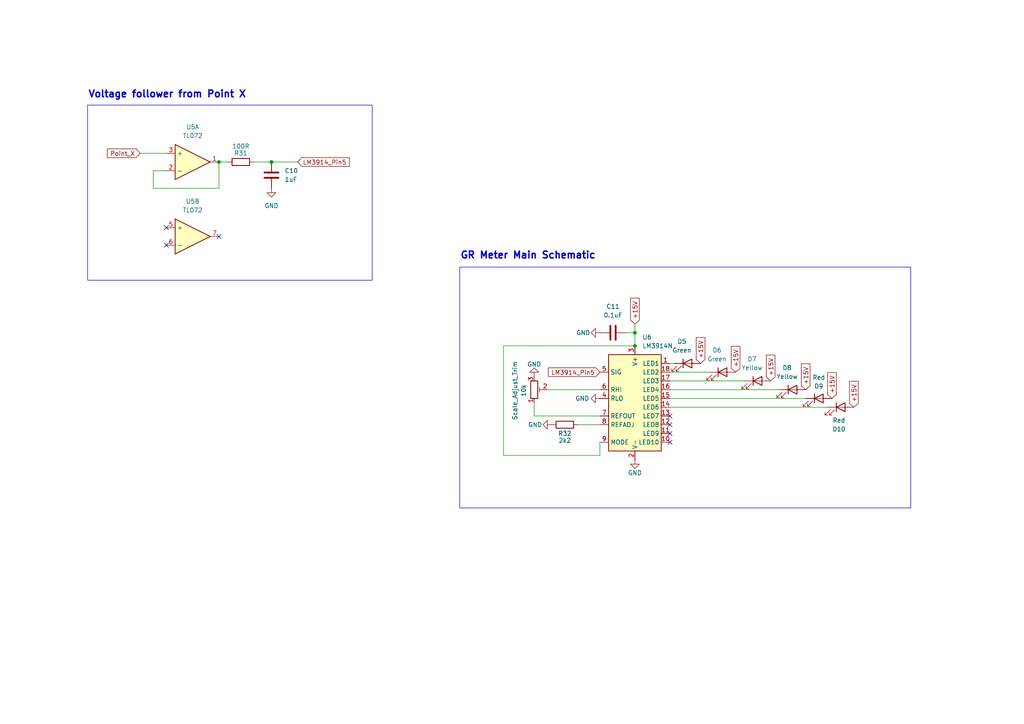
<source format=kicad_sch>
(kicad_sch (version 20250114) (generator "eeschema") (generator_version "9.0")
  (paper "A4")
  (lib_symbols
    (symbol "Device:C" (pin_numbers (hide yes)) (pin_names (offset 0.254))
      (property "Reference" "C" (at 0.635 2.54 0))
      (property "Value" "C" (at 0.635 -2.54 0))
      (symbol "C_0_1"
        (polyline (pts (xy -2.032 0.762) (xy 2.032 0.762)) (stroke (width 0.508)))
        (polyline (pts (xy -2.032 -0.762) (xy 2.032 -0.762)) (stroke (width 0.508)))
      )
      (symbol "C_1_1"
        (pin passive line (at 0 3.81 270) (length 2.794) (name "~") (number "1"))
        (pin passive line (at 0 -3.81 90) (length 2.794) (name "~") (number "2"))
      )
    )
    (symbol "Device:LED" (pin_numbers (hide yes)) (pin_names (offset 1.016) (hide yes))
      (property "Reference" "D" (at 0 2.54 0))
      (property "Value" "LED" (at 0 -2.54 0))
      (symbol "LED_0_1"
        (polyline (pts (xy -3.048 -0.762) (xy -4.572 -2.286) (xy -3.81 -2.286) (xy -4.572 -2.286) (xy -4.572 -1.524)))
        (polyline (pts (xy -1.778 -0.762) (xy -3.302 -2.286) (xy -2.54 -2.286) (xy -3.302 -2.286) (xy -3.302 -1.524)))
        (polyline (pts (xy -1.27 0) (xy 1.27 0)))
        (polyline (pts (xy -1.27 -1.27) (xy -1.27 1.27)) (stroke (width 0.254)))
        (polyline (pts (xy 1.27 -1.27) (xy 1.27 1.27) (xy -1.27 0) (xy 1.27 -1.27)) (stroke (width 0.254)))
      )
      (symbol "LED_1_1"
        (pin passive line (at -3.81 0 0) (length 2.54) (name "K") (number "1"))
        (pin passive line (at 3.81 0 180) (length 2.54) (name "A") (number "2"))
      )
    )
    (symbol "Device:Opamp_Dual"
      (property "Reference" "U" (at 0 5.08 0))
      (property "Value" "Opamp_Dual" (at 0 -5.08 0))
      (symbol "Opamp_Dual_1_1"
        (polyline (pts (xy -5.08 5.08) (xy 5.08 0) (xy -5.08 -5.08) (xy -5.08 5.08)) (stroke (width 0.254)) (fill (type background)))
        (pin input line (at -7.62 2.54 0) (length 2.54) (name "+") (number "3"))
        (pin input line (at -7.62 -2.54 0) (length 2.54) (name "-") (number "2"))
        (pin output line (at 7.62 0 180) (length 2.54) (name "~") (number "1"))
      )
      (symbol "Opamp_Dual_2_1"
        (polyline (pts (xy -5.08 5.08) (xy 5.08 0) (xy -5.08 -5.08) (xy -5.08 5.08)) (stroke (width 0.254)) (fill (type background)))
        (pin input line (at -7.62 2.54 0) (length 2.54) (name "+") (number "5"))
        (pin input line (at -7.62 -2.54 0) (length 2.54) (name "-") (number "6"))
        (pin output line (at 7.62 0 180) (length 2.54) (name "~") (number "7"))
      )
      (symbol "Opamp_Dual_3_1"
        (pin power_in line (at -2.54 7.62 270) (length 3.81) (name "V+") (number "8"))
        (pin power_in line (at -2.54 -7.62 90) (length 3.81) (name "V-") (number "4"))
      )
    )
    (symbol "Device:R" (pin_numbers (hide yes)) (pin_names (offset 0))
      (property "Reference" "R" (at 2.032 0 90))
      (property "Value" "R" (at 0 0 90))
      (symbol "R_0_1"
        (rectangle (start -1.016 -2.54) (end 1.016 2.54) (stroke (width 0.254)))
      )
      (symbol "R_1_1"
        (pin passive line (at 0 3.81 270) (length 1.27) (name "~") (number "1"))
        (pin passive line (at 0 -3.81 90) (length 1.27) (name "~") (number "2"))
      )
    )
    (symbol "Device:R_Potentiometer_Trim" (pin_names (offset 1.016) (hide yes))
      (property "Reference" "RV" (at -4.445 0 90))
      (property "Value" "R_Potentiometer_Trim" (at -2.54 0 90))
      (symbol "R_Potentiometer_Trim_0_1"
        (rectangle (start 1.016 2.54) (end -1.016 -2.54) (stroke (width 0.254)))
        (polyline (pts (xy 1.524 0.762) (xy 1.524 -0.762)))
        (polyline (pts (xy 2.54 0) (xy 1.524 0)))
      )
      (symbol "R_Potentiometer_Trim_1_1"
        (pin passive line (at 0 3.81 270) (length 1.27) (name "1") (number "1"))
        (pin passive line (at 0 -3.81 90) (length 1.27) (name "3") (number "3"))
        (pin passive line (at 3.81 0 180) (length 1.27) (name "2") (number "2"))
      )
    )
    (symbol "Driver_LED:LM3914N"
      (property "Reference" "U" (at -6.35 14.224 0))
      (property "Value" "LM3914N" (at 5.588 14.224 0))
      (symbol "LM3914N_0_1"
        (rectangle (start -7.62 12.7) (end 7.62 -15.24) (stroke (width 0.254)) (fill (type background)))
      )
      (symbol "LM3914N_1_1"
        (pin input line (at -10.16 7.62 0) (length 2.54) (name "SIG") (number "5"))
        (pin input line (at -10.16 2.54 0) (length 2.54) (name "RHI") (number "6"))
        (pin input line (at -10.16 0 0) (length 2.54) (name "RLO") (number "4"))
        (pin output line (at -10.16 -5.08 0) (length 2.54) (name "REFOUT") (number "7"))
        (pin input line (at -10.16 -7.62 0) (length 2.54) (name "REFADJ") (number "8"))
        (pin input line (at -10.16 -12.7 0) (length 2.54) (name "MODE") (number "9"))
        (pin power_in line (at 0 15.24 270) (length 2.54) (name "V+") (number "3"))
        (pin power_in line (at 0 -17.78 90) (length 2.54) (name "V-") (number "2"))
        (pin open_collector line (at 10.16 10.16 180) (length 2.54) (name "LED1") (number "1"))
        (pin open_collector line (at 10.16 7.62 180) (length 2.54) (name "LED2") (number "18"))
        (pin open_collector line (at 10.16 5.08 180) (length 2.54) (name "LED3") (number "17"))
        (pin open_collector line (at 10.16 2.54 180) (length 2.54) (name "LED4") (number "16"))
        (pin open_collector line (at 10.16 0 180) (length 2.54) (name "LED5") (number "15"))
        (pin open_collector line (at 10.16 -2.54 180) (length 2.54) (name "LED6") (number "14"))
        (pin open_collector line (at 10.16 -5.08 180) (length 2.54) (name "LED7") (number "13"))
        (pin open_collector line (at 10.16 -7.62 180) (length 2.54) (name "LED8") (number "12"))
        (pin open_collector line (at 10.16 -10.16 180) (length 2.54) (name "LED9") (number "11"))
        (pin open_collector line (at 10.16 -12.7 180) (length 2.54) (name "LED10") (number "10"))
      )
    )
    (symbol "power:GND" (power) (pin_numbers (hide yes)) (pin_names (offset 0) (hide yes))
      (property "Value" "GND" (at 0 -3.81 0))
      (symbol "GND_0_1"
        (polyline (pts (xy 0 0) (xy 0 -1.27) (xy 1.27 -1.27) (xy 0 -2.54) (xy -1.27 -1.27) (xy 0 -1.27)))
      )
      (symbol "GND_1_1"
        (pin power_in line (at 0 0 270) (length 0) (name "~") (number "1"))
      )
    )
  )
  (rectangle (start 25.4 30.48) (end 107.95 81.28))
  (rectangle (start 133.35 77.47) (end 264.16 147.32))
  (text "Voltage follower from Point X" (at 48.514 27.432 0) (effects (font (size 2 2) (thickness 0.4) (bold yes))))
  (text "GR Meter Main Schematic" (at 153.162 74.168 0) (effects (font (size 2 2) (thickness 0.4) (bold yes))))
  (junction (at 78.74 46.99))
  (junction (at 184.15 96.52))
  (junction (at 184.15 100.33))
  (junction (at 63.5 46.99))
  (no_connect (at 48.26 66.04))
  (no_connect (at 194.31 123.19))
  (no_connect (at 194.31 125.73))
  (no_connect (at 63.5 68.58))
  (no_connect (at 194.31 120.65))
  (no_connect (at 48.26 71.12))
  (no_connect (at 194.31 128.27))
  (wire (pts (xy 194.31 113.03) (xy 226.06 113.03)))
  (wire (pts (xy 184.15 93.98) (xy 184.15 96.52)))
  (wire (pts (xy 40.64 44.45) (xy 48.26 44.45)))
  (wire (pts (xy 44.45 54.61) (xy 63.5 54.61)))
  (wire (pts (xy 154.94 116.84) (xy 154.94 120.65)))
  (wire (pts (xy 63.5 46.99) (xy 66.04 46.99)))
  (wire (pts (xy 195.58 105.41) (xy 194.31 105.41)))
  (wire (pts (xy 233.68 115.57) (xy 194.31 115.57)))
  (wire (pts (xy 48.26 49.53) (xy 44.45 49.53)))
  (wire (pts (xy 184.15 96.52) (xy 184.15 100.33)))
  (wire (pts (xy 158.75 113.03) (xy 173.99 113.03)))
  (wire (pts (xy 167.64 123.19) (xy 173.99 123.19)))
  (wire (pts (xy 194.31 118.11) (xy 240.03 118.11)))
  (wire (pts (xy 173.99 132.08) (xy 173.99 128.27)))
  (wire (pts (xy 78.74 46.99) (xy 86.36 46.99)))
  (wire (pts (xy 146.05 132.08) (xy 173.99 132.08)))
  (wire (pts (xy 194.31 107.95) (xy 205.74 107.95)))
  (wire (pts (xy 44.45 49.53) (xy 44.45 54.61)))
  (wire (pts (xy 184.15 100.33) (xy 146.05 100.33)))
  (wire (pts (xy 146.05 100.33) (xy 146.05 132.08)))
  (wire (pts (xy 194.31 110.49) (xy 215.9 110.49)))
  (wire (pts (xy 73.66 46.99) (xy 78.74 46.99)))
  (wire (pts (xy 181.61 96.52) (xy 184.15 96.52)))
  (wire (pts (xy 63.5 54.61) (xy 63.5 46.99)))
  (wire (pts (xy 154.94 120.65) (xy 173.99 120.65)))
  (global_label "LM3914_Pin5" (shape input) (at 86.36 46.99 0) (property "Intersheetrefs" "${INTERSHEET_REFS}" (effects (hide yes))))
  (global_label "LM3914_Pin5" (shape input) (at 173.99 107.95 180) (property "Intersheetrefs" "${INTERSHEET_REFS}" (effects (hide yes))))
  (global_label "+15V" (shape input) (at 184.15 93.98 90) (property "Intersheetrefs" "${INTERSHEET_REFS}" (effects (hide yes))))
  (global_label "+15V" (shape input) (at 247.65 118.11 90) (property "Intersheetrefs" "${INTERSHEET_REFS}" (effects (hide yes))))
  (global_label "+15V" (shape input) (at 241.3 115.57 90) (property "Intersheetrefs" "${INTERSHEET_REFS}" (effects (hide yes))))
  (global_label "Point_X" (shape input) (at 40.64 44.45 180) (effects (font (thickness 0.1588))) (property "Intersheetrefs" "${INTERSHEET_REFS}" (effects (hide yes))))
  (global_label "+15V" (shape input) (at 203.2 105.41 90) (property "Intersheetrefs" "${INTERSHEET_REFS}" (effects (hide yes))))
  (global_label "+15V" (shape input) (at 213.36 107.95 90) (property "Intersheetrefs" "${INTERSHEET_REFS}" (effects (hide yes))))
  (global_label "+15V" (shape input) (at 223.52 110.49 90) (property "Intersheetrefs" "${INTERSHEET_REFS}" (effects (hide yes))))
  (global_label "+15V" (shape input) (at 233.68 113.03 90) (property "Intersheetrefs" "${INTERSHEET_REFS}" (effects (hide yes))))
  (symbol (lib_id "Device:LED") (at 209.55 107.95 0) (unit 1)
    (property "Reference" "D6" (at 207.9625 101.6 0))
    (property "Value" "Green" (at 207.9625 104.14 0))
    (property "Footprint" "LED_THT:LED_D3.0mm" (effects (hide yes)))
    (property "Description" "Light emitting diode" (effects (hide yes)))
    (property "Sim.Pins" "1=K 2=A" (effects (hide yes)))
  )
  (symbol (lib_id "power:GND") (at 173.99 115.57 270) (unit 1)
    (property "Reference" "#PWR028" (effects (hide yes)))
    (property "Value" "GND" (at 170.942 115.57 90) (effects (justify right)))
    (property "Description" "Power symbol creates a global label with name \"GND\" , ground" (effects (hide yes)))
  )
  (symbol (lib_id "Device:R") (at 69.85 46.99 270) (unit 1)
    (property "Reference" "R31" (at 69.85 44.45 90))
    (property "Value" "100R" (at 69.85 42.418 90))
    (property "Footprint" "Resistor_THT:R_Axial_DIN0207_L6.3mm_D2.5mm_P2.54mm_Vertical" (effects (hide yes)))
    (property "Description" "Resistor" (effects (hide yes)))
  )
  (symbol (lib_id "power:GND") (at 184.15 133.35 0) (unit 1)
    (property "Reference" "#PWR035" (effects (hide yes)))
    (property "Value" "GND" (at 184.15 137.16 0))
    (property "Description" "Power symbol creates a global label with name \"GND\" , ground" (effects (hide yes)))
  )
  (symbol (lib_id "Device:LED") (at 243.84 118.11 0) (unit 1)
    (property "Reference" "D10" (at 243.332 124.46 0))
    (property "Value" "Red" (at 243.332 121.92 0))
    (property "Footprint" "LED_THT:LED_D3.0mm" (effects (hide yes)))
    (property "Description" "Light emitting diode" (effects (hide yes)))
    (property "Sim.Pins" "1=K 2=A" (effects (hide yes)))
  )
  (symbol (lib_id "Device:LED") (at 229.87 113.03 0) (unit 1)
    (property "Reference" "D8" (at 228.2825 106.68 0))
    (property "Value" "Yellow" (at 228.2825 109.22 0))
    (property "Footprint" "LED_THT:LED_D3.0mm" (effects (hide yes)))
    (property "Description" "Light emitting diode" (effects (hide yes)))
    (property "Sim.Pins" "1=K 2=A" (effects (hide yes)))
  )
  (symbol (lib_id "power:GND") (at 78.74 54.61 0) (unit 1)
    (property "Reference" "#PWR026" (effects (hide yes)))
    (property "Value" "GND" (at 78.74 59.69 0))
    (property "Description" "Power symbol creates a global label with name \"GND\" , ground" (effects (hide yes)))
  )
  (symbol (lib_id "Device:LED") (at 199.39 105.41 0) (unit 1)
    (property "Reference" "D5" (at 197.8025 99.06 0))
    (property "Value" "Green" (at 197.8025 101.6 0))
    (property "Footprint" "LED_THT:LED_D3.0mm" (effects (hide yes)))
    (property "Description" "Light emitting diode" (effects (hide yes)))
    (property "Sim.Pins" "1=K 2=A" (effects (hide yes)))
  )
  (symbol (lib_id "power:GND") (at 173.99 96.52 270) (unit 1)
    (property "Reference" "#PWR029" (effects (hide yes)))
    (property "Value" "GND" (at 171.196 96.52 90) (effects (justify right)))
    (property "Description" "Power symbol creates a global label with name \"GND\" , ground" (effects (hide yes)))
  )
  (symbol (lib_id "Device:C") (at 78.74 50.8 0) (unit 1)
    (property "Reference" "C10" (at 82.55 49.5299 0) (effects (justify left)))
    (property "Value" "1uF" (at 82.55 52.0699 0) (effects (justify left)))
    (property "Footprint" "Capacitor_THT:C_Disc_D4.3mm_W1.9mm_P5.00mm" (effects (hide yes)))
    (property "Description" "ceramic capacitor" (effects (hide yes)))
  )
  (symbol (lib_id "power:GND") (at 160.02 123.19 270) (unit 1)
    (property "Reference" "#PWR036" (effects (hide yes)))
    (property "Value" "GND" (at 157.226 123.19 90) (effects (justify right)))
    (property "Description" "Power symbol creates a global label with name \"GND\" , ground" (effects (hide yes)))
  )
  (symbol (lib_id "Device:R_Potentiometer_Trim") (at 154.94 113.03 0) (mirror x) (unit 1)
    (property "Reference" "Scale_Adjust_Trim" (at 149.352 113.284 90))
    (property "Value" "10k" (at 151.892 113.284 90))
    (property "Footprint" "Potentiometer_THT:Potentiometer_Runtron_RM-065_Vertical" (effects (hide yes)))
    (property "Description" "Trim-potentiometer" (effects (hide yes)))
  )
  (symbol (lib_id "Device:R") (at 163.83 123.19 90) (unit 1)
    (property "Reference" "R32" (at 163.83 125.73 90))
    (property "Value" "2k2" (at 163.83 127.762 90))
    (property "Footprint" "Resistor_THT:R_Axial_DIN0207_L6.3mm_D2.5mm_P2.54mm_Vertical" (effects (hide yes)))
    (property "Description" "Resistor" (effects (hide yes)))
  )
  (symbol (lib_id "Device:LED") (at 237.49 115.57 0) (unit 1)
    (property "Reference" "D9" (at 237.49 112.014 0))
    (property "Value" "Red" (at 237.49 109.474 0))
    (property "Footprint" "LED_THT:LED_D3.0mm" (effects (hide yes)))
    (property "Description" "Light emitting diode" (effects (hide yes)))
    (property "Sim.Pins" "1=K 2=A" (effects (hide yes)))
  )
  (symbol (lib_id "Device:LED") (at 219.71 110.49 0) (unit 1)
    (property "Reference" "D7" (at 218.1225 104.14 0))
    (property "Value" "Yellow" (at 218.1225 106.68 0))
    (property "Footprint" "LED_THT:LED_D3.0mm" (effects (hide yes)))
    (property "Description" "Light emitting diode" (effects (hide yes)))
    (property "Sim.Pins" "1=K 2=A" (effects (hide yes)))
  )
  (symbol (lib_id "power:GND") (at 154.94 109.22 180) (unit 1)
    (property "Reference" "#PWR027" (effects (hide yes)))
    (property "Value" "GND" (at 154.94 105.664 0))
    (property "Description" "Power symbol creates a global label with name \"GND\" , ground" (effects (hide yes)))
  )
  (symbol (lib_id "Driver_LED:LM3914N") (at 184.15 115.57 0) (unit 1)
    (property "Reference" "U6" (at 186.2933 97.79 0) (effects (justify left)))
    (property "Value" "LM3914N" (at 186.2933 100.33 0) (effects (justify left)))
    (property "Footprint" "Package_DIP:DIP-18_W7.62mm" (effects (hide yes)))
    (property "Datasheet" "https://www.ti.com/lit/ds/symlink/lm3914.pdf" (effects (hide yes)))
    (property "Description" "10 LED Dot/Bar Display Driver, DIP-18" (effects (hide yes)))
  )
  (symbol (lib_id "Device:Opamp_Dual") (at 55.88 46.99 0) (unit 1)
    (property "Reference" "U5" (at 55.88 36.83 0))
    (property "Value" "TL072" (at 55.88 39.37 0))
    (property "Description" "Dual operational amplifier" (effects (hide yes)))
    (property "Sim.Library" "${KICAD9_SYMBOL_DIR}/Simulation_SPICE.sp" (effects (hide yes)))
    (property "Sim.Name" "kicad_builtin_opamp_dual" (effects (hide yes)))
    (property "Sim.Device" "SUBCKT" (effects (hide yes)))
    (property "Sim.Pins" "1=out1 2=in1- 3=in1+ 4=vee 5=in2+ 6=in2- 7=out2 8=vcc" (effects (hide yes)))
  )
  (symbol (lib_id "Device:Opamp_Dual") (at 55.88 68.58 0) (unit 2)
    (property "Reference" "U5" (at 55.88 58.42 0))
    (property "Value" "TL072" (at 55.88 60.96 0))
    (property "Description" "Dual operational amplifier" (effects (hide yes)))
    (property "Sim.Library" "${KICAD9_SYMBOL_DIR}/Simulation_SPICE.sp" (effects (hide yes)))
    (property "Sim.Name" "kicad_builtin_opamp_dual" (effects (hide yes)))
    (property "Sim.Device" "SUBCKT" (effects (hide yes)))
    (property "Sim.Pins" "1=out1 2=in1- 3=in1+ 4=vee 5=in2+ 6=in2- 7=out2 8=vcc" (effects (hide yes)))
  )
  (symbol (lib_id "Device:C") (at 177.8 96.52 270) (unit 1)
    (property "Reference" "C11" (at 177.8 88.9 90))
    (property "Value" "0.1uF" (at 177.8 91.44 90))
    (property "Footprint" "Capacitor_THT:C_Disc_D4.3mm_W1.9mm_P5.00mm" (effects (hide yes)))
    (property "Description" "ceramic capacitor" (effects (hide yes)))
  )
)
</source>
